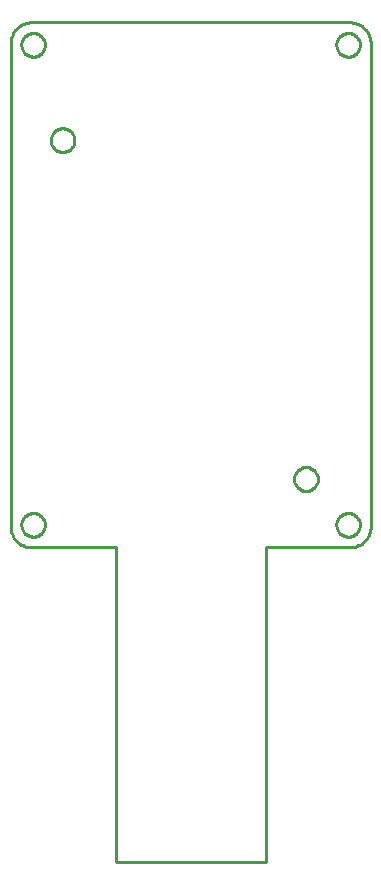
<source format=gbr>
G04 EAGLE Gerber RS-274X export*
G75*
%MOMM*%
%FSLAX34Y34*%
%LPD*%
%IN*%
%IPPOS*%
%AMOC8*
5,1,8,0,0,1.08239X$1,22.5*%
G01*
%ADD10C,0.254000*%


D10*
X0Y17780D02*
X68Y16230D01*
X270Y14693D01*
X606Y13178D01*
X1072Y11699D01*
X1666Y10266D01*
X2382Y8890D01*
X3215Y7582D01*
X4160Y6351D01*
X5208Y5208D01*
X6351Y4160D01*
X7582Y3215D01*
X8890Y2382D01*
X10266Y1666D01*
X11699Y1072D01*
X13178Y606D01*
X14693Y270D01*
X16230Y68D01*
X17780Y0D01*
X88900Y0D01*
X88900Y-266700D01*
X215900Y-266700D01*
X215900Y0D01*
X287020Y0D01*
X288570Y68D01*
X290107Y270D01*
X291622Y606D01*
X293101Y1072D01*
X294534Y1666D01*
X295910Y2382D01*
X297218Y3215D01*
X298449Y4160D01*
X299592Y5208D01*
X300640Y6351D01*
X301585Y7582D01*
X302418Y8890D01*
X303134Y10266D01*
X303728Y11699D01*
X304194Y13178D01*
X304530Y14693D01*
X304732Y16230D01*
X304800Y17780D01*
X304800Y426720D01*
X304732Y428270D01*
X304530Y429807D01*
X304194Y431322D01*
X303728Y432801D01*
X303134Y434234D01*
X302418Y435610D01*
X301585Y436918D01*
X300640Y438149D01*
X299592Y439292D01*
X298449Y440340D01*
X297218Y441285D01*
X295910Y442118D01*
X294534Y442834D01*
X293101Y443428D01*
X291622Y443894D01*
X290107Y444230D01*
X288570Y444432D01*
X287020Y444500D01*
X17780Y444500D01*
X16230Y444432D01*
X14693Y444230D01*
X13178Y443894D01*
X11699Y443428D01*
X10266Y442834D01*
X8890Y442118D01*
X7582Y441285D01*
X6351Y440340D01*
X5208Y439292D01*
X4160Y438149D01*
X3215Y436918D01*
X2382Y435610D01*
X1666Y434234D01*
X1072Y432801D01*
X606Y431322D01*
X270Y429807D01*
X68Y428270D01*
X0Y426720D01*
X0Y17780D01*
X295750Y18613D02*
X295674Y17744D01*
X295522Y16884D01*
X295296Y16040D01*
X294998Y15220D01*
X294629Y14428D01*
X294192Y13672D01*
X293691Y12957D01*
X293130Y12288D01*
X292512Y11670D01*
X291843Y11109D01*
X291128Y10608D01*
X290372Y10171D01*
X289580Y9802D01*
X288760Y9504D01*
X287916Y9278D01*
X287057Y9126D01*
X286187Y9050D01*
X285313Y9050D01*
X284444Y9126D01*
X283584Y9278D01*
X282740Y9504D01*
X281920Y9802D01*
X281128Y10171D01*
X280372Y10608D01*
X279657Y11109D01*
X278988Y11670D01*
X278370Y12288D01*
X277809Y12957D01*
X277308Y13672D01*
X276871Y14428D01*
X276502Y15220D01*
X276204Y16040D01*
X275978Y16884D01*
X275826Y17744D01*
X275750Y18613D01*
X275750Y19487D01*
X275826Y20357D01*
X275978Y21216D01*
X276204Y22060D01*
X276502Y22880D01*
X276871Y23672D01*
X277308Y24428D01*
X277809Y25143D01*
X278370Y25812D01*
X278988Y26430D01*
X279657Y26991D01*
X280372Y27492D01*
X281128Y27929D01*
X281920Y28298D01*
X282740Y28596D01*
X283584Y28822D01*
X284444Y28974D01*
X285313Y29050D01*
X286187Y29050D01*
X287057Y28974D01*
X287916Y28822D01*
X288760Y28596D01*
X289580Y28298D01*
X290372Y27929D01*
X291128Y27492D01*
X291843Y26991D01*
X292512Y26430D01*
X293130Y25812D01*
X293691Y25143D01*
X294192Y24428D01*
X294629Y23672D01*
X294998Y22880D01*
X295296Y22060D01*
X295522Y21216D01*
X295674Y20357D01*
X295750Y19487D01*
X295750Y18613D01*
X29050Y18613D02*
X28974Y17744D01*
X28822Y16884D01*
X28596Y16040D01*
X28298Y15220D01*
X27929Y14428D01*
X27492Y13672D01*
X26991Y12957D01*
X26430Y12288D01*
X25812Y11670D01*
X25143Y11109D01*
X24428Y10608D01*
X23672Y10171D01*
X22880Y9802D01*
X22060Y9504D01*
X21216Y9278D01*
X20357Y9126D01*
X19487Y9050D01*
X18613Y9050D01*
X17744Y9126D01*
X16884Y9278D01*
X16040Y9504D01*
X15220Y9802D01*
X14428Y10171D01*
X13672Y10608D01*
X12957Y11109D01*
X12288Y11670D01*
X11670Y12288D01*
X11109Y12957D01*
X10608Y13672D01*
X10171Y14428D01*
X9802Y15220D01*
X9504Y16040D01*
X9278Y16884D01*
X9126Y17744D01*
X9050Y18613D01*
X9050Y19487D01*
X9126Y20357D01*
X9278Y21216D01*
X9504Y22060D01*
X9802Y22880D01*
X10171Y23672D01*
X10608Y24428D01*
X11109Y25143D01*
X11670Y25812D01*
X12288Y26430D01*
X12957Y26991D01*
X13672Y27492D01*
X14428Y27929D01*
X15220Y28298D01*
X16040Y28596D01*
X16884Y28822D01*
X17744Y28974D01*
X18613Y29050D01*
X19487Y29050D01*
X20357Y28974D01*
X21216Y28822D01*
X22060Y28596D01*
X22880Y28298D01*
X23672Y27929D01*
X24428Y27492D01*
X25143Y26991D01*
X25812Y26430D01*
X26430Y25812D01*
X26991Y25143D01*
X27492Y24428D01*
X27929Y23672D01*
X28298Y22880D01*
X28596Y22060D01*
X28822Y21216D01*
X28974Y20357D01*
X29050Y19487D01*
X29050Y18613D01*
X29050Y425013D02*
X28974Y424144D01*
X28822Y423284D01*
X28596Y422440D01*
X28298Y421620D01*
X27929Y420828D01*
X27492Y420072D01*
X26991Y419357D01*
X26430Y418688D01*
X25812Y418070D01*
X25143Y417509D01*
X24428Y417008D01*
X23672Y416571D01*
X22880Y416202D01*
X22060Y415904D01*
X21216Y415678D01*
X20357Y415526D01*
X19487Y415450D01*
X18613Y415450D01*
X17744Y415526D01*
X16884Y415678D01*
X16040Y415904D01*
X15220Y416202D01*
X14428Y416571D01*
X13672Y417008D01*
X12957Y417509D01*
X12288Y418070D01*
X11670Y418688D01*
X11109Y419357D01*
X10608Y420072D01*
X10171Y420828D01*
X9802Y421620D01*
X9504Y422440D01*
X9278Y423284D01*
X9126Y424144D01*
X9050Y425013D01*
X9050Y425887D01*
X9126Y426757D01*
X9278Y427616D01*
X9504Y428460D01*
X9802Y429280D01*
X10171Y430072D01*
X10608Y430828D01*
X11109Y431543D01*
X11670Y432212D01*
X12288Y432830D01*
X12957Y433391D01*
X13672Y433892D01*
X14428Y434329D01*
X15220Y434698D01*
X16040Y434996D01*
X16884Y435222D01*
X17744Y435374D01*
X18613Y435450D01*
X19487Y435450D01*
X20357Y435374D01*
X21216Y435222D01*
X22060Y434996D01*
X22880Y434698D01*
X23672Y434329D01*
X24428Y433892D01*
X25143Y433391D01*
X25812Y432830D01*
X26430Y432212D01*
X26991Y431543D01*
X27492Y430828D01*
X27929Y430072D01*
X28298Y429280D01*
X28596Y428460D01*
X28822Y427616D01*
X28974Y426757D01*
X29050Y425887D01*
X29050Y425013D01*
X295750Y425013D02*
X295674Y424144D01*
X295522Y423284D01*
X295296Y422440D01*
X294998Y421620D01*
X294629Y420828D01*
X294192Y420072D01*
X293691Y419357D01*
X293130Y418688D01*
X292512Y418070D01*
X291843Y417509D01*
X291128Y417008D01*
X290372Y416571D01*
X289580Y416202D01*
X288760Y415904D01*
X287916Y415678D01*
X287057Y415526D01*
X286187Y415450D01*
X285313Y415450D01*
X284444Y415526D01*
X283584Y415678D01*
X282740Y415904D01*
X281920Y416202D01*
X281128Y416571D01*
X280372Y417008D01*
X279657Y417509D01*
X278988Y418070D01*
X278370Y418688D01*
X277809Y419357D01*
X277308Y420072D01*
X276871Y420828D01*
X276502Y421620D01*
X276204Y422440D01*
X275978Y423284D01*
X275826Y424144D01*
X275750Y425013D01*
X275750Y425887D01*
X275826Y426757D01*
X275978Y427616D01*
X276204Y428460D01*
X276502Y429280D01*
X276871Y430072D01*
X277308Y430828D01*
X277809Y431543D01*
X278370Y432212D01*
X278988Y432830D01*
X279657Y433391D01*
X280372Y433892D01*
X281128Y434329D01*
X281920Y434698D01*
X282740Y434996D01*
X283584Y435222D01*
X284444Y435374D01*
X285313Y435450D01*
X286187Y435450D01*
X287057Y435374D01*
X287916Y435222D01*
X288760Y434996D01*
X289580Y434698D01*
X290372Y434329D01*
X291128Y433892D01*
X291843Y433391D01*
X292512Y432830D01*
X293130Y432212D01*
X293691Y431543D01*
X294192Y430828D01*
X294629Y430072D01*
X294998Y429280D01*
X295296Y428460D01*
X295522Y427616D01*
X295674Y426757D01*
X295750Y425887D01*
X295750Y425013D01*
X34100Y344363D02*
X34176Y343494D01*
X34328Y342634D01*
X34554Y341790D01*
X34852Y340970D01*
X35221Y340178D01*
X35658Y339422D01*
X36159Y338707D01*
X36720Y338038D01*
X37338Y337420D01*
X38007Y336859D01*
X38722Y336358D01*
X39478Y335921D01*
X40270Y335552D01*
X41090Y335254D01*
X41934Y335028D01*
X42794Y334876D01*
X43663Y334800D01*
X44537Y334800D01*
X45407Y334876D01*
X46266Y335028D01*
X47110Y335254D01*
X47930Y335552D01*
X48722Y335921D01*
X49478Y336358D01*
X50193Y336859D01*
X50862Y337420D01*
X51480Y338038D01*
X52041Y338707D01*
X52542Y339422D01*
X52979Y340178D01*
X53348Y340970D01*
X53646Y341790D01*
X53872Y342634D01*
X54024Y343494D01*
X54100Y344363D01*
X54100Y345237D01*
X54024Y346107D01*
X53872Y346966D01*
X53646Y347810D01*
X53348Y348630D01*
X52979Y349422D01*
X52542Y350178D01*
X52041Y350893D01*
X51480Y351562D01*
X50862Y352180D01*
X50193Y352741D01*
X49478Y353242D01*
X48722Y353679D01*
X47930Y354048D01*
X47110Y354346D01*
X46266Y354572D01*
X45407Y354724D01*
X44537Y354800D01*
X43663Y354800D01*
X42794Y354724D01*
X41934Y354572D01*
X41090Y354346D01*
X40270Y354048D01*
X39478Y353679D01*
X38722Y353242D01*
X38007Y352741D01*
X37338Y352180D01*
X36720Y351562D01*
X36159Y350893D01*
X35658Y350178D01*
X35221Y349422D01*
X34852Y348630D01*
X34554Y347810D01*
X34328Y346966D01*
X34176Y346107D01*
X34100Y345237D01*
X34100Y344363D01*
X240100Y57463D02*
X240176Y56594D01*
X240328Y55734D01*
X240554Y54890D01*
X240852Y54070D01*
X241221Y53278D01*
X241658Y52522D01*
X242159Y51807D01*
X242720Y51138D01*
X243338Y50520D01*
X244007Y49959D01*
X244722Y49458D01*
X245478Y49021D01*
X246270Y48652D01*
X247090Y48354D01*
X247934Y48128D01*
X248794Y47976D01*
X249663Y47900D01*
X250537Y47900D01*
X251407Y47976D01*
X252266Y48128D01*
X253110Y48354D01*
X253930Y48652D01*
X254722Y49021D01*
X255478Y49458D01*
X256193Y49959D01*
X256862Y50520D01*
X257480Y51138D01*
X258041Y51807D01*
X258542Y52522D01*
X258979Y53278D01*
X259348Y54070D01*
X259646Y54890D01*
X259872Y55734D01*
X260024Y56594D01*
X260100Y57463D01*
X260100Y58337D01*
X260024Y59207D01*
X259872Y60066D01*
X259646Y60910D01*
X259348Y61730D01*
X258979Y62522D01*
X258542Y63278D01*
X258041Y63993D01*
X257480Y64662D01*
X256862Y65280D01*
X256193Y65841D01*
X255478Y66342D01*
X254722Y66779D01*
X253930Y67148D01*
X253110Y67446D01*
X252266Y67672D01*
X251407Y67824D01*
X250537Y67900D01*
X249663Y67900D01*
X248794Y67824D01*
X247934Y67672D01*
X247090Y67446D01*
X246270Y67148D01*
X245478Y66779D01*
X244722Y66342D01*
X244007Y65841D01*
X243338Y65280D01*
X242720Y64662D01*
X242159Y63993D01*
X241658Y63278D01*
X241221Y62522D01*
X240852Y61730D01*
X240554Y60910D01*
X240328Y60066D01*
X240176Y59207D01*
X240100Y58337D01*
X240100Y57463D01*
M02*

</source>
